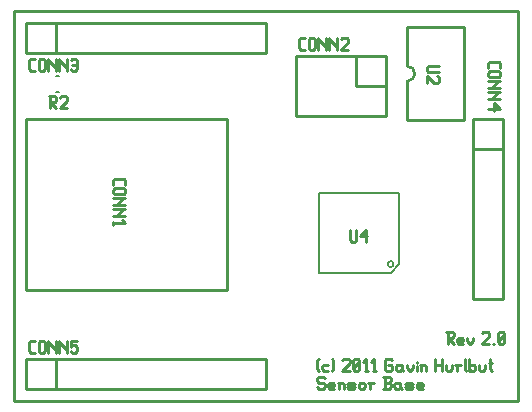
<source format=gbr>
G04 start of page 7 for group -4079 idx -4079 *
G04 Title: (unknown), topsilk *
G04 Creator: pcb 20091103 *
G04 CreationDate: Sun 10 Apr 2011 10:44:47 AM GMT UTC *
G04 For: gjhurlbu *
G04 Format: Gerber/RS-274X *
G04 PCB-Dimensions: 600000 500000 *
G04 PCB-Coordinate-Origin: lower left *
%MOIN*%
%FSLAX25Y25*%
%LNFRONTSILK*%
%ADD11C,0.0100*%
%ADD29C,0.0080*%
G54D11*X33000Y293000D02*Y423000D01*
X201000D01*
Y293000D01*
X33000D01*
X136000Y301000D02*X136500Y300500D01*
X134500Y301000D02*X136000D01*
X134000Y300500D02*X134500Y301000D01*
X134000Y300500D02*Y299500D01*
X134500Y299000D01*
X136000D01*
X136500Y298500D01*
Y297500D01*
X136000Y297000D02*X136500Y297500D01*
X134500Y297000D02*X136000D01*
X134000Y297500D02*X134500Y297000D01*
X138201D02*X139701D01*
X137701Y297500D02*X138201Y297000D01*
X137701Y298500D02*Y297500D01*
Y298500D02*X138201Y299000D01*
X139201D01*
X139701Y298500D01*
X137701Y298000D02*X139701D01*
Y298500D02*Y298000D01*
X141402Y298500D02*Y297000D01*
Y298500D02*X141902Y299000D01*
X142402D01*
X142902Y298500D01*
Y297000D01*
X140902Y299000D02*X141402Y298500D01*
X144603Y297000D02*X146103D01*
X146603Y297500D01*
X146103Y298000D02*X146603Y297500D01*
X144603Y298000D02*X146103D01*
X144103Y298500D02*X144603Y298000D01*
X144103Y298500D02*X144603Y299000D01*
X146103D01*
X146603Y298500D01*
X144103Y297500D02*X144603Y297000D01*
X147804Y298500D02*Y297500D01*
Y298500D02*X148304Y299000D01*
X149304D01*
X149804Y298500D01*
Y297500D01*
X149304Y297000D02*X149804Y297500D01*
X148304Y297000D02*X149304D01*
X147804Y297500D02*X148304Y297000D01*
X151505Y298500D02*Y297000D01*
Y298500D02*X152005Y299000D01*
X153005D01*
X151005D02*X151505Y298500D01*
X156006Y297000D02*X158006D01*
X158506Y297500D01*
Y298500D02*Y297500D01*
X158006Y299000D02*X158506Y298500D01*
X156506Y299000D02*X158006D01*
X156506Y301000D02*Y297000D01*
X156006Y301000D02*X158006D01*
X158506Y300500D01*
Y299500D01*
X158006Y299000D02*X158506Y299500D01*
X161207Y299000D02*X161707Y298500D01*
X160207Y299000D02*X161207D01*
X159707Y298500D02*X160207Y299000D01*
X159707Y298500D02*Y297500D01*
X160207Y297000D01*
X161707Y299000D02*Y297500D01*
X162207Y297000D01*
X160207D02*X161207D01*
X161707Y297500D01*
X163908Y297000D02*X165408D01*
X165908Y297500D01*
X165408Y298000D02*X165908Y297500D01*
X163908Y298000D02*X165408D01*
X163408Y298500D02*X163908Y298000D01*
X163408Y298500D02*X163908Y299000D01*
X165408D01*
X165908Y298500D01*
X163408Y297500D02*X163908Y297000D01*
X167609D02*X169109D01*
X167109Y297500D02*X167609Y297000D01*
X167109Y298500D02*Y297500D01*
Y298500D02*X167609Y299000D01*
X168609D01*
X169109Y298500D01*
X167109Y298000D02*X169109D01*
Y298500D02*Y298000D01*
X134000Y303500D02*X134500Y303000D01*
X134000Y306500D02*X134500Y307000D01*
X134000Y306500D02*Y303500D01*
X136201Y305000D02*X137701D01*
X135701Y304500D02*X136201Y305000D01*
X135701Y304500D02*Y303500D01*
X136201Y303000D01*
X137701D01*
X138902Y307000D02*X139402Y306500D01*
Y303500D01*
X138902Y303000D02*X139402Y303500D01*
X142403Y306500D02*X142903Y307000D01*
X144403D01*
X144903Y306500D01*
Y305500D01*
X142403Y303000D02*X144903Y305500D01*
X142403Y303000D02*X144903D01*
X146104Y303500D02*X146604Y303000D01*
X146104Y306500D02*Y303500D01*
Y306500D02*X146604Y307000D01*
X147604D01*
X148104Y306500D01*
Y303500D01*
X147604Y303000D02*X148104Y303500D01*
X146604Y303000D02*X147604D01*
X146104Y304000D02*X148104Y306000D01*
X149805Y303000D02*X150805D01*
X150305Y307000D02*Y303000D01*
X149305Y306000D02*X150305Y307000D01*
X152506Y303000D02*X153506D01*
X153006Y307000D02*Y303000D01*
X152006Y306000D02*X153006Y307000D01*
X158507D02*X159007Y306500D01*
X157007Y307000D02*X158507D01*
X156507Y306500D02*X157007Y307000D01*
X156507Y306500D02*Y303500D01*
X157007Y303000D01*
X158507D01*
X159007Y303500D01*
Y304500D02*Y303500D01*
X158507Y305000D02*X159007Y304500D01*
X157507Y305000D02*X158507D01*
X161708D02*X162208Y304500D01*
X160708Y305000D02*X161708D01*
X160208Y304500D02*X160708Y305000D01*
X160208Y304500D02*Y303500D01*
X160708Y303000D01*
X162208Y305000D02*Y303500D01*
X162708Y303000D01*
X160708D02*X161708D01*
X162208Y303500D01*
X163909Y305000D02*Y304000D01*
X164909Y303000D01*
X165909Y304000D01*
Y305000D02*Y304000D01*
X167110Y306000D02*Y305500D01*
Y304500D02*Y303000D01*
X168611Y304500D02*Y303000D01*
Y304500D02*X169111Y305000D01*
X169611D01*
X170111Y304500D01*
Y303000D01*
X168111Y305000D02*X168611Y304500D01*
X173112Y307000D02*Y303000D01*
X175612Y307000D02*Y303000D01*
X173112Y305000D02*X175612D01*
X176813D02*Y303500D01*
X177313Y303000D01*
X178313D01*
X178813Y303500D01*
Y305000D02*Y303500D01*
X180514Y304500D02*Y303000D01*
Y304500D02*X181014Y305000D01*
X182014D01*
X180014D02*X180514Y304500D01*
X183215Y307000D02*Y303500D01*
X183715Y303000D01*
X184716Y307000D02*Y303000D01*
Y303500D02*X185216Y303000D01*
X186216D01*
X186716Y303500D01*
Y304500D02*Y303500D01*
X186216Y305000D02*X186716Y304500D01*
X185216Y305000D02*X186216D01*
X184716Y304500D02*X185216Y305000D01*
X187917D02*Y303500D01*
X188417Y303000D01*
X189417D01*
X189917Y303500D01*
Y305000D02*Y303500D01*
X191618Y307000D02*Y303500D01*
X192118Y303000D01*
X191118Y305500D02*X192118D01*
X177000Y316000D02*X179000D01*
X179500Y315500D01*
Y314500D01*
X179000Y314000D02*X179500Y314500D01*
X177500Y314000D02*X179000D01*
X177500Y316000D02*Y312000D01*
Y314000D02*X179500Y312000D01*
X181201D02*X182701D01*
X180701Y312500D02*X181201Y312000D01*
X180701Y313500D02*Y312500D01*
Y313500D02*X181201Y314000D01*
X182201D01*
X182701Y313500D01*
X180701Y313000D02*X182701D01*
Y313500D02*Y313000D01*
X183902Y314000D02*Y313000D01*
X184902Y312000D01*
X185902Y313000D01*
Y314000D02*Y313000D01*
X188903Y315500D02*X189403Y316000D01*
X190903D01*
X191403Y315500D01*
Y314500D01*
X188903Y312000D02*X191403Y314500D01*
X188903Y312000D02*X191403D01*
X192604D02*X193104D01*
X194305Y312500D02*X194805Y312000D01*
X194305Y315500D02*Y312500D01*
Y315500D02*X194805Y316000D01*
X195805D01*
X196305Y315500D01*
Y312500D01*
X195805Y312000D02*X196305Y312500D01*
X194805Y312000D02*X195805D01*
X194305Y313000D02*X196305Y315000D01*
X196000Y377000D02*Y387000D01*
X186000Y377000D02*X196000D01*
Y387000D02*X186000D01*
X196000Y327000D02*Y387000D01*
X186000Y327000D02*X196000D01*
X186000Y387000D02*Y327000D01*
G54D29*X161379Y338521D02*X158479Y335621D01*
X161379Y362379D02*Y338521D01*
X134621Y362379D02*X161379D01*
X134621D02*Y335621D01*
X158479D01*
X159479Y338521D02*G75*G03X159479Y338521I-1000J0D01*G01*
G54D11*X37000Y307000D02*X47000D01*
Y297000D01*
X37000Y307000D02*Y297000D01*
Y307000D02*X117000D01*
Y297000D01*
X37000D02*X117000D01*
X164000Y417500D02*Y404500D01*
Y399500D02*Y386500D01*
Y417500D02*X183000D01*
Y386500D01*
X164000D02*X183000D01*
X164000Y399500D02*G75*G03X164000Y404500I0J2500D01*G01*
X37000Y419000D02*X47000D01*
Y409000D01*
X37000Y419000D02*Y409000D01*
Y419000D02*X117000D01*
Y409000D01*
X37000D02*X117000D01*
X37071Y387000D02*Y329914D01*
X104000D01*
Y387000D02*Y329914D01*
X37071Y387000D02*X104000D01*
G54D29*X47064Y401362D02*X47850D01*
X47064Y395852D02*X47850D01*
G54D11*X147000Y398000D02*X157000D01*
X147000Y408000D02*Y398000D01*
X157000Y408000D02*Y388000D01*
X127000D02*X157000D01*
X127000Y408000D02*Y388000D01*
Y408000D02*X157000D01*
X191000Y405500D02*Y404000D01*
X191500Y406000D02*X191000Y405500D01*
X191500Y406000D02*X194500D01*
X195000Y405500D01*
Y404000D01*
X191500Y402799D02*X194500D01*
X195000Y402299D01*
Y401299D01*
X194500Y400799D01*
X191500D02*X194500D01*
X191000Y401299D02*X191500Y400799D01*
X191000Y402299D02*Y401299D01*
X191500Y402799D02*X191000Y402299D01*
Y399598D02*X195000D01*
X194500D02*X195000D01*
X194500D02*X192000Y397098D01*
X191000D02*X195000D01*
X191000Y395897D02*X195000D01*
X194500D02*X195000D01*
X194500D02*X192000Y393397D01*
X191000D02*X195000D01*
X193000Y392196D02*X195000Y390196D01*
X193000Y392196D02*Y389696D01*
X191000Y390196D02*X195000D01*
X145000Y350000D02*Y346500D01*
X145500Y346000D01*
X146500D01*
X147000Y346500D01*
Y350000D02*Y346500D01*
X148201Y348000D02*X150201Y350000D01*
X148201Y348000D02*X150701D01*
X150201Y350000D02*Y346000D01*
X171000Y404500D02*X174500D01*
X171000D02*X170500Y404000D01*
Y403000D01*
X171000Y402500D01*
X174500D01*
X174000Y401299D02*X174500Y400799D01*
Y399299D01*
X174000Y398799D01*
X173000D02*X174000D01*
X170500Y401299D02*X173000Y398799D01*
X170500Y401299D02*Y398799D01*
X38500Y309000D02*X40000D01*
X38000Y309500D02*X38500Y309000D01*
X38000Y312500D02*Y309500D01*
Y312500D02*X38500Y313000D01*
X40000D01*
X41201Y312500D02*Y309500D01*
Y312500D02*X41701Y313000D01*
X42701D01*
X43201Y312500D01*
Y309500D01*
X42701Y309000D02*X43201Y309500D01*
X41701Y309000D02*X42701D01*
X41201Y309500D02*X41701Y309000D01*
X44402Y313000D02*Y309000D01*
Y313000D02*Y312500D01*
X46902Y310000D01*
Y313000D02*Y309000D01*
X48103Y313000D02*Y309000D01*
Y313000D02*Y312500D01*
X50603Y310000D01*
Y313000D02*Y309000D01*
X51804Y313000D02*X53804D01*
X51804D02*Y311000D01*
X52304Y311500D01*
X53304D01*
X53804Y311000D01*
Y309500D01*
X53304Y309000D02*X53804Y309500D01*
X52304Y309000D02*X53304D01*
X51804Y309500D02*X52304Y309000D01*
X38500Y403000D02*X40000D01*
X38000Y403500D02*X38500Y403000D01*
X38000Y406500D02*Y403500D01*
Y406500D02*X38500Y407000D01*
X40000D01*
X41201Y406500D02*Y403500D01*
Y406500D02*X41701Y407000D01*
X42701D01*
X43201Y406500D01*
Y403500D01*
X42701Y403000D02*X43201Y403500D01*
X41701Y403000D02*X42701D01*
X41201Y403500D02*X41701Y403000D01*
X44402Y407000D02*Y403000D01*
Y407000D02*Y406500D01*
X46902Y404000D01*
Y407000D02*Y403000D01*
X48103Y407000D02*Y403000D01*
Y407000D02*Y406500D01*
X50603Y404000D01*
Y407000D02*Y403000D01*
X51804Y406500D02*X52304Y407000D01*
X53304D01*
X53804Y406500D01*
Y403500D01*
X53304Y403000D02*X53804Y403500D01*
X52304Y403000D02*X53304D01*
X51804Y403500D02*X52304Y403000D01*
Y405000D02*X53804D01*
X66000Y366500D02*Y365000D01*
X66500Y367000D02*X66000Y366500D01*
X66500Y367000D02*X69500D01*
X70000Y366500D01*
Y365000D01*
X66500Y363799D02*X69500D01*
X70000Y363299D01*
Y362299D01*
X69500Y361799D01*
X66500D02*X69500D01*
X66000Y362299D02*X66500Y361799D01*
X66000Y363299D02*Y362299D01*
X66500Y363799D02*X66000Y363299D01*
Y360598D02*X70000D01*
X69500D02*X70000D01*
X69500D02*X67000Y358098D01*
X66000D02*X70000D01*
X66000Y356897D02*X70000D01*
X69500D02*X70000D01*
X69500D02*X67000Y354397D01*
X66000D02*X70000D01*
X66000Y352696D02*Y351696D01*
Y352196D02*X70000D01*
X69000Y353196D02*X70000Y352196D01*
X44543Y394393D02*X46543D01*
X47043Y393893D01*
Y392893D01*
X46543Y392393D02*X47043Y392893D01*
X45043Y392393D02*X46543D01*
X45043Y394393D02*Y390393D01*
Y392393D02*X47043Y390393D01*
X48244Y393893D02*X48744Y394393D01*
X50244D01*
X50744Y393893D01*
Y392893D01*
X48244Y390393D02*X50744Y392893D01*
X48244Y390393D02*X50744D01*
X128500Y410000D02*X130000D01*
X128000Y410500D02*X128500Y410000D01*
X128000Y413500D02*Y410500D01*
Y413500D02*X128500Y414000D01*
X130000D01*
X131201Y413500D02*Y410500D01*
Y413500D02*X131701Y414000D01*
X132701D01*
X133201Y413500D01*
Y410500D01*
X132701Y410000D02*X133201Y410500D01*
X131701Y410000D02*X132701D01*
X131201Y410500D02*X131701Y410000D01*
X134402Y414000D02*Y410000D01*
Y414000D02*Y413500D01*
X136902Y411000D01*
Y414000D02*Y410000D01*
X138103Y414000D02*Y410000D01*
Y414000D02*Y413500D01*
X140603Y411000D01*
Y414000D02*Y410000D01*
X141804Y413500D02*X142304Y414000D01*
X143804D01*
X144304Y413500D01*
Y412500D01*
X141804Y410000D02*X144304Y412500D01*
X141804Y410000D02*X144304D01*
M02*

</source>
